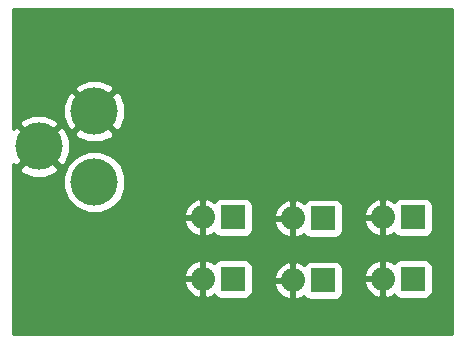
<source format=gbl>
G04 #@! TF.FileFunction,Copper,L2,Bot,Signal*
%FSLAX46Y46*%
G04 Gerber Fmt 4.6, Leading zero omitted, Abs format (unit mm)*
G04 Created by KiCad (PCBNEW 4.0.1-3.201512221402+6198~38~ubuntu14.04.1-stable) date Sat 30 Jul 2016 07:40:51 PM PDT*
%MOMM*%
G01*
G04 APERTURE LIST*
%ADD10C,0.100000*%
%ADD11C,4.000000*%
%ADD12R,2.032000X2.032000*%
%ADD13O,2.032000X2.032000*%
%ADD14C,0.254000*%
G04 APERTURE END LIST*
D10*
D11*
X115316000Y-98656140D03*
X115316000Y-92656660D03*
X110617000Y-95656400D03*
D12*
X134683500Y-101727000D03*
D13*
X132143500Y-101727000D03*
D12*
X134683500Y-106997500D03*
D13*
X132143500Y-106997500D03*
D12*
X142303500Y-101663500D03*
D13*
X139763500Y-101663500D03*
D12*
X127063500Y-101663500D03*
D13*
X124523500Y-101663500D03*
D12*
X142303500Y-106870500D03*
D13*
X139763500Y-106870500D03*
D12*
X127063500Y-106870500D03*
D13*
X124523500Y-106870500D03*
D14*
G36*
X145594000Y-111558000D02*
X108406000Y-111558000D01*
X108406000Y-107253446D01*
X122917517Y-107253446D01*
X123186312Y-107838879D01*
X123658682Y-108276885D01*
X124140556Y-108476475D01*
X124396500Y-108357336D01*
X124396500Y-106997500D01*
X123036133Y-106997500D01*
X122917517Y-107253446D01*
X108406000Y-107253446D01*
X108406000Y-106487554D01*
X122917517Y-106487554D01*
X123036133Y-106743500D01*
X124396500Y-106743500D01*
X124396500Y-105383664D01*
X124650500Y-105383664D01*
X124650500Y-106743500D01*
X124670500Y-106743500D01*
X124670500Y-106997500D01*
X124650500Y-106997500D01*
X124650500Y-108357336D01*
X124906444Y-108476475D01*
X125388318Y-108276885D01*
X125485898Y-108186403D01*
X125583410Y-108337941D01*
X125795610Y-108482931D01*
X126047500Y-108533940D01*
X128079500Y-108533940D01*
X128314817Y-108489662D01*
X128530941Y-108350590D01*
X128675931Y-108138390D01*
X128726940Y-107886500D01*
X128726940Y-107380446D01*
X130537517Y-107380446D01*
X130806312Y-107965879D01*
X131278682Y-108403885D01*
X131760556Y-108603475D01*
X132016500Y-108484336D01*
X132016500Y-107124500D01*
X130656133Y-107124500D01*
X130537517Y-107380446D01*
X128726940Y-107380446D01*
X128726940Y-106614554D01*
X130537517Y-106614554D01*
X130656133Y-106870500D01*
X132016500Y-106870500D01*
X132016500Y-105510664D01*
X132270500Y-105510664D01*
X132270500Y-106870500D01*
X132290500Y-106870500D01*
X132290500Y-107124500D01*
X132270500Y-107124500D01*
X132270500Y-108484336D01*
X132526444Y-108603475D01*
X133008318Y-108403885D01*
X133105898Y-108313403D01*
X133203410Y-108464941D01*
X133415610Y-108609931D01*
X133667500Y-108660940D01*
X135699500Y-108660940D01*
X135934817Y-108616662D01*
X136150941Y-108477590D01*
X136295931Y-108265390D01*
X136346940Y-108013500D01*
X136346940Y-107253446D01*
X138157517Y-107253446D01*
X138426312Y-107838879D01*
X138898682Y-108276885D01*
X139380556Y-108476475D01*
X139636500Y-108357336D01*
X139636500Y-106997500D01*
X138276133Y-106997500D01*
X138157517Y-107253446D01*
X136346940Y-107253446D01*
X136346940Y-106487554D01*
X138157517Y-106487554D01*
X138276133Y-106743500D01*
X139636500Y-106743500D01*
X139636500Y-105383664D01*
X139890500Y-105383664D01*
X139890500Y-106743500D01*
X139910500Y-106743500D01*
X139910500Y-106997500D01*
X139890500Y-106997500D01*
X139890500Y-108357336D01*
X140146444Y-108476475D01*
X140628318Y-108276885D01*
X140725898Y-108186403D01*
X140823410Y-108337941D01*
X141035610Y-108482931D01*
X141287500Y-108533940D01*
X143319500Y-108533940D01*
X143554817Y-108489662D01*
X143770941Y-108350590D01*
X143915931Y-108138390D01*
X143966940Y-107886500D01*
X143966940Y-105854500D01*
X143922662Y-105619183D01*
X143783590Y-105403059D01*
X143571390Y-105258069D01*
X143319500Y-105207060D01*
X141287500Y-105207060D01*
X141052183Y-105251338D01*
X140836059Y-105390410D01*
X140724660Y-105553448D01*
X140628318Y-105464115D01*
X140146444Y-105264525D01*
X139890500Y-105383664D01*
X139636500Y-105383664D01*
X139380556Y-105264525D01*
X138898682Y-105464115D01*
X138426312Y-105902121D01*
X138157517Y-106487554D01*
X136346940Y-106487554D01*
X136346940Y-105981500D01*
X136302662Y-105746183D01*
X136163590Y-105530059D01*
X135951390Y-105385069D01*
X135699500Y-105334060D01*
X133667500Y-105334060D01*
X133432183Y-105378338D01*
X133216059Y-105517410D01*
X133104660Y-105680448D01*
X133008318Y-105591115D01*
X132526444Y-105391525D01*
X132270500Y-105510664D01*
X132016500Y-105510664D01*
X131760556Y-105391525D01*
X131278682Y-105591115D01*
X130806312Y-106029121D01*
X130537517Y-106614554D01*
X128726940Y-106614554D01*
X128726940Y-105854500D01*
X128682662Y-105619183D01*
X128543590Y-105403059D01*
X128331390Y-105258069D01*
X128079500Y-105207060D01*
X126047500Y-105207060D01*
X125812183Y-105251338D01*
X125596059Y-105390410D01*
X125484660Y-105553448D01*
X125388318Y-105464115D01*
X124906444Y-105264525D01*
X124650500Y-105383664D01*
X124396500Y-105383664D01*
X124140556Y-105264525D01*
X123658682Y-105464115D01*
X123186312Y-105902121D01*
X122917517Y-106487554D01*
X108406000Y-106487554D01*
X108406000Y-102046446D01*
X122917517Y-102046446D01*
X123186312Y-102631879D01*
X123658682Y-103069885D01*
X124140556Y-103269475D01*
X124396500Y-103150336D01*
X124396500Y-101790500D01*
X123036133Y-101790500D01*
X122917517Y-102046446D01*
X108406000Y-102046446D01*
X108406000Y-99177974D01*
X112680543Y-99177974D01*
X113080853Y-100146798D01*
X113821443Y-100888682D01*
X114789567Y-101290682D01*
X115837834Y-101291597D01*
X115864560Y-101280554D01*
X122917517Y-101280554D01*
X123036133Y-101536500D01*
X124396500Y-101536500D01*
X124396500Y-100176664D01*
X124650500Y-100176664D01*
X124650500Y-101536500D01*
X124670500Y-101536500D01*
X124670500Y-101790500D01*
X124650500Y-101790500D01*
X124650500Y-103150336D01*
X124906444Y-103269475D01*
X125388318Y-103069885D01*
X125485898Y-102979403D01*
X125583410Y-103130941D01*
X125795610Y-103275931D01*
X126047500Y-103326940D01*
X128079500Y-103326940D01*
X128314817Y-103282662D01*
X128530941Y-103143590D01*
X128675931Y-102931390D01*
X128726940Y-102679500D01*
X128726940Y-102109946D01*
X130537517Y-102109946D01*
X130806312Y-102695379D01*
X131278682Y-103133385D01*
X131760556Y-103332975D01*
X132016500Y-103213836D01*
X132016500Y-101854000D01*
X130656133Y-101854000D01*
X130537517Y-102109946D01*
X128726940Y-102109946D01*
X128726940Y-101344054D01*
X130537517Y-101344054D01*
X130656133Y-101600000D01*
X132016500Y-101600000D01*
X132016500Y-100240164D01*
X132270500Y-100240164D01*
X132270500Y-101600000D01*
X132290500Y-101600000D01*
X132290500Y-101854000D01*
X132270500Y-101854000D01*
X132270500Y-103213836D01*
X132526444Y-103332975D01*
X133008318Y-103133385D01*
X133105898Y-103042903D01*
X133203410Y-103194441D01*
X133415610Y-103339431D01*
X133667500Y-103390440D01*
X135699500Y-103390440D01*
X135934817Y-103346162D01*
X136150941Y-103207090D01*
X136295931Y-102994890D01*
X136346940Y-102743000D01*
X136346940Y-102046446D01*
X138157517Y-102046446D01*
X138426312Y-102631879D01*
X138898682Y-103069885D01*
X139380556Y-103269475D01*
X139636500Y-103150336D01*
X139636500Y-101790500D01*
X138276133Y-101790500D01*
X138157517Y-102046446D01*
X136346940Y-102046446D01*
X136346940Y-101280554D01*
X138157517Y-101280554D01*
X138276133Y-101536500D01*
X139636500Y-101536500D01*
X139636500Y-100176664D01*
X139890500Y-100176664D01*
X139890500Y-101536500D01*
X139910500Y-101536500D01*
X139910500Y-101790500D01*
X139890500Y-101790500D01*
X139890500Y-103150336D01*
X140146444Y-103269475D01*
X140628318Y-103069885D01*
X140725898Y-102979403D01*
X140823410Y-103130941D01*
X141035610Y-103275931D01*
X141287500Y-103326940D01*
X143319500Y-103326940D01*
X143554817Y-103282662D01*
X143770941Y-103143590D01*
X143915931Y-102931390D01*
X143966940Y-102679500D01*
X143966940Y-100647500D01*
X143922662Y-100412183D01*
X143783590Y-100196059D01*
X143571390Y-100051069D01*
X143319500Y-100000060D01*
X141287500Y-100000060D01*
X141052183Y-100044338D01*
X140836059Y-100183410D01*
X140724660Y-100346448D01*
X140628318Y-100257115D01*
X140146444Y-100057525D01*
X139890500Y-100176664D01*
X139636500Y-100176664D01*
X139380556Y-100057525D01*
X138898682Y-100257115D01*
X138426312Y-100695121D01*
X138157517Y-101280554D01*
X136346940Y-101280554D01*
X136346940Y-100711000D01*
X136302662Y-100475683D01*
X136163590Y-100259559D01*
X135951390Y-100114569D01*
X135699500Y-100063560D01*
X133667500Y-100063560D01*
X133432183Y-100107838D01*
X133216059Y-100246910D01*
X133104660Y-100409948D01*
X133008318Y-100320615D01*
X132526444Y-100121025D01*
X132270500Y-100240164D01*
X132016500Y-100240164D01*
X131760556Y-100121025D01*
X131278682Y-100320615D01*
X130806312Y-100758621D01*
X130537517Y-101344054D01*
X128726940Y-101344054D01*
X128726940Y-100647500D01*
X128682662Y-100412183D01*
X128543590Y-100196059D01*
X128331390Y-100051069D01*
X128079500Y-100000060D01*
X126047500Y-100000060D01*
X125812183Y-100044338D01*
X125596059Y-100183410D01*
X125484660Y-100346448D01*
X125388318Y-100257115D01*
X124906444Y-100057525D01*
X124650500Y-100176664D01*
X124396500Y-100176664D01*
X124140556Y-100057525D01*
X123658682Y-100257115D01*
X123186312Y-100695121D01*
X122917517Y-101280554D01*
X115864560Y-101280554D01*
X116806658Y-100891287D01*
X117548542Y-100150697D01*
X117950542Y-99182573D01*
X117951457Y-98134306D01*
X117551147Y-97165482D01*
X116810557Y-96423598D01*
X115842433Y-96021598D01*
X114794166Y-96020683D01*
X113825342Y-96420993D01*
X113083458Y-97161583D01*
X112681458Y-98129707D01*
X112680543Y-99177974D01*
X108406000Y-99177974D01*
X108406000Y-97531422D01*
X108921584Y-97531422D01*
X109142353Y-97902143D01*
X110114012Y-98295519D01*
X111162247Y-98287113D01*
X112091647Y-97902143D01*
X112312416Y-97531422D01*
X110617000Y-95836005D01*
X108921584Y-97531422D01*
X108406000Y-97531422D01*
X108406000Y-97151737D01*
X108741978Y-97351816D01*
X110437395Y-95656400D01*
X110796605Y-95656400D01*
X112492022Y-97351816D01*
X112862743Y-97131047D01*
X113256119Y-96159388D01*
X113247713Y-95111153D01*
X113007689Y-94531682D01*
X113620584Y-94531682D01*
X113841353Y-94902403D01*
X114813012Y-95295779D01*
X115861247Y-95287373D01*
X116790647Y-94902403D01*
X117011416Y-94531682D01*
X115316000Y-92836265D01*
X113620584Y-94531682D01*
X113007689Y-94531682D01*
X112862743Y-94181753D01*
X112492022Y-93960984D01*
X110796605Y-95656400D01*
X110437395Y-95656400D01*
X108741978Y-93960984D01*
X108406000Y-94161063D01*
X108406000Y-93781378D01*
X108921584Y-93781378D01*
X110617000Y-95476795D01*
X112312416Y-93781378D01*
X112091647Y-93410657D01*
X111119988Y-93017281D01*
X110071753Y-93025687D01*
X109142353Y-93410657D01*
X108921584Y-93781378D01*
X108406000Y-93781378D01*
X108406000Y-92153672D01*
X112676881Y-92153672D01*
X112685287Y-93201907D01*
X113070257Y-94131307D01*
X113440978Y-94352076D01*
X115136395Y-92656660D01*
X115495605Y-92656660D01*
X117191022Y-94352076D01*
X117561743Y-94131307D01*
X117955119Y-93159648D01*
X117946713Y-92111413D01*
X117561743Y-91182013D01*
X117191022Y-90961244D01*
X115495605Y-92656660D01*
X115136395Y-92656660D01*
X113440978Y-90961244D01*
X113070257Y-91182013D01*
X112676881Y-92153672D01*
X108406000Y-92153672D01*
X108406000Y-90781638D01*
X113620584Y-90781638D01*
X115316000Y-92477055D01*
X117011416Y-90781638D01*
X116790647Y-90410917D01*
X115818988Y-90017541D01*
X114770753Y-90025947D01*
X113841353Y-90410917D01*
X113620584Y-90781638D01*
X108406000Y-90781638D01*
X108406000Y-84022000D01*
X145594000Y-84022000D01*
X145594000Y-111558000D01*
X145594000Y-111558000D01*
G37*
X145594000Y-111558000D02*
X108406000Y-111558000D01*
X108406000Y-107253446D01*
X122917517Y-107253446D01*
X123186312Y-107838879D01*
X123658682Y-108276885D01*
X124140556Y-108476475D01*
X124396500Y-108357336D01*
X124396500Y-106997500D01*
X123036133Y-106997500D01*
X122917517Y-107253446D01*
X108406000Y-107253446D01*
X108406000Y-106487554D01*
X122917517Y-106487554D01*
X123036133Y-106743500D01*
X124396500Y-106743500D01*
X124396500Y-105383664D01*
X124650500Y-105383664D01*
X124650500Y-106743500D01*
X124670500Y-106743500D01*
X124670500Y-106997500D01*
X124650500Y-106997500D01*
X124650500Y-108357336D01*
X124906444Y-108476475D01*
X125388318Y-108276885D01*
X125485898Y-108186403D01*
X125583410Y-108337941D01*
X125795610Y-108482931D01*
X126047500Y-108533940D01*
X128079500Y-108533940D01*
X128314817Y-108489662D01*
X128530941Y-108350590D01*
X128675931Y-108138390D01*
X128726940Y-107886500D01*
X128726940Y-107380446D01*
X130537517Y-107380446D01*
X130806312Y-107965879D01*
X131278682Y-108403885D01*
X131760556Y-108603475D01*
X132016500Y-108484336D01*
X132016500Y-107124500D01*
X130656133Y-107124500D01*
X130537517Y-107380446D01*
X128726940Y-107380446D01*
X128726940Y-106614554D01*
X130537517Y-106614554D01*
X130656133Y-106870500D01*
X132016500Y-106870500D01*
X132016500Y-105510664D01*
X132270500Y-105510664D01*
X132270500Y-106870500D01*
X132290500Y-106870500D01*
X132290500Y-107124500D01*
X132270500Y-107124500D01*
X132270500Y-108484336D01*
X132526444Y-108603475D01*
X133008318Y-108403885D01*
X133105898Y-108313403D01*
X133203410Y-108464941D01*
X133415610Y-108609931D01*
X133667500Y-108660940D01*
X135699500Y-108660940D01*
X135934817Y-108616662D01*
X136150941Y-108477590D01*
X136295931Y-108265390D01*
X136346940Y-108013500D01*
X136346940Y-107253446D01*
X138157517Y-107253446D01*
X138426312Y-107838879D01*
X138898682Y-108276885D01*
X139380556Y-108476475D01*
X139636500Y-108357336D01*
X139636500Y-106997500D01*
X138276133Y-106997500D01*
X138157517Y-107253446D01*
X136346940Y-107253446D01*
X136346940Y-106487554D01*
X138157517Y-106487554D01*
X138276133Y-106743500D01*
X139636500Y-106743500D01*
X139636500Y-105383664D01*
X139890500Y-105383664D01*
X139890500Y-106743500D01*
X139910500Y-106743500D01*
X139910500Y-106997500D01*
X139890500Y-106997500D01*
X139890500Y-108357336D01*
X140146444Y-108476475D01*
X140628318Y-108276885D01*
X140725898Y-108186403D01*
X140823410Y-108337941D01*
X141035610Y-108482931D01*
X141287500Y-108533940D01*
X143319500Y-108533940D01*
X143554817Y-108489662D01*
X143770941Y-108350590D01*
X143915931Y-108138390D01*
X143966940Y-107886500D01*
X143966940Y-105854500D01*
X143922662Y-105619183D01*
X143783590Y-105403059D01*
X143571390Y-105258069D01*
X143319500Y-105207060D01*
X141287500Y-105207060D01*
X141052183Y-105251338D01*
X140836059Y-105390410D01*
X140724660Y-105553448D01*
X140628318Y-105464115D01*
X140146444Y-105264525D01*
X139890500Y-105383664D01*
X139636500Y-105383664D01*
X139380556Y-105264525D01*
X138898682Y-105464115D01*
X138426312Y-105902121D01*
X138157517Y-106487554D01*
X136346940Y-106487554D01*
X136346940Y-105981500D01*
X136302662Y-105746183D01*
X136163590Y-105530059D01*
X135951390Y-105385069D01*
X135699500Y-105334060D01*
X133667500Y-105334060D01*
X133432183Y-105378338D01*
X133216059Y-105517410D01*
X133104660Y-105680448D01*
X133008318Y-105591115D01*
X132526444Y-105391525D01*
X132270500Y-105510664D01*
X132016500Y-105510664D01*
X131760556Y-105391525D01*
X131278682Y-105591115D01*
X130806312Y-106029121D01*
X130537517Y-106614554D01*
X128726940Y-106614554D01*
X128726940Y-105854500D01*
X128682662Y-105619183D01*
X128543590Y-105403059D01*
X128331390Y-105258069D01*
X128079500Y-105207060D01*
X126047500Y-105207060D01*
X125812183Y-105251338D01*
X125596059Y-105390410D01*
X125484660Y-105553448D01*
X125388318Y-105464115D01*
X124906444Y-105264525D01*
X124650500Y-105383664D01*
X124396500Y-105383664D01*
X124140556Y-105264525D01*
X123658682Y-105464115D01*
X123186312Y-105902121D01*
X122917517Y-106487554D01*
X108406000Y-106487554D01*
X108406000Y-102046446D01*
X122917517Y-102046446D01*
X123186312Y-102631879D01*
X123658682Y-103069885D01*
X124140556Y-103269475D01*
X124396500Y-103150336D01*
X124396500Y-101790500D01*
X123036133Y-101790500D01*
X122917517Y-102046446D01*
X108406000Y-102046446D01*
X108406000Y-99177974D01*
X112680543Y-99177974D01*
X113080853Y-100146798D01*
X113821443Y-100888682D01*
X114789567Y-101290682D01*
X115837834Y-101291597D01*
X115864560Y-101280554D01*
X122917517Y-101280554D01*
X123036133Y-101536500D01*
X124396500Y-101536500D01*
X124396500Y-100176664D01*
X124650500Y-100176664D01*
X124650500Y-101536500D01*
X124670500Y-101536500D01*
X124670500Y-101790500D01*
X124650500Y-101790500D01*
X124650500Y-103150336D01*
X124906444Y-103269475D01*
X125388318Y-103069885D01*
X125485898Y-102979403D01*
X125583410Y-103130941D01*
X125795610Y-103275931D01*
X126047500Y-103326940D01*
X128079500Y-103326940D01*
X128314817Y-103282662D01*
X128530941Y-103143590D01*
X128675931Y-102931390D01*
X128726940Y-102679500D01*
X128726940Y-102109946D01*
X130537517Y-102109946D01*
X130806312Y-102695379D01*
X131278682Y-103133385D01*
X131760556Y-103332975D01*
X132016500Y-103213836D01*
X132016500Y-101854000D01*
X130656133Y-101854000D01*
X130537517Y-102109946D01*
X128726940Y-102109946D01*
X128726940Y-101344054D01*
X130537517Y-101344054D01*
X130656133Y-101600000D01*
X132016500Y-101600000D01*
X132016500Y-100240164D01*
X132270500Y-100240164D01*
X132270500Y-101600000D01*
X132290500Y-101600000D01*
X132290500Y-101854000D01*
X132270500Y-101854000D01*
X132270500Y-103213836D01*
X132526444Y-103332975D01*
X133008318Y-103133385D01*
X133105898Y-103042903D01*
X133203410Y-103194441D01*
X133415610Y-103339431D01*
X133667500Y-103390440D01*
X135699500Y-103390440D01*
X135934817Y-103346162D01*
X136150941Y-103207090D01*
X136295931Y-102994890D01*
X136346940Y-102743000D01*
X136346940Y-102046446D01*
X138157517Y-102046446D01*
X138426312Y-102631879D01*
X138898682Y-103069885D01*
X139380556Y-103269475D01*
X139636500Y-103150336D01*
X139636500Y-101790500D01*
X138276133Y-101790500D01*
X138157517Y-102046446D01*
X136346940Y-102046446D01*
X136346940Y-101280554D01*
X138157517Y-101280554D01*
X138276133Y-101536500D01*
X139636500Y-101536500D01*
X139636500Y-100176664D01*
X139890500Y-100176664D01*
X139890500Y-101536500D01*
X139910500Y-101536500D01*
X139910500Y-101790500D01*
X139890500Y-101790500D01*
X139890500Y-103150336D01*
X140146444Y-103269475D01*
X140628318Y-103069885D01*
X140725898Y-102979403D01*
X140823410Y-103130941D01*
X141035610Y-103275931D01*
X141287500Y-103326940D01*
X143319500Y-103326940D01*
X143554817Y-103282662D01*
X143770941Y-103143590D01*
X143915931Y-102931390D01*
X143966940Y-102679500D01*
X143966940Y-100647500D01*
X143922662Y-100412183D01*
X143783590Y-100196059D01*
X143571390Y-100051069D01*
X143319500Y-100000060D01*
X141287500Y-100000060D01*
X141052183Y-100044338D01*
X140836059Y-100183410D01*
X140724660Y-100346448D01*
X140628318Y-100257115D01*
X140146444Y-100057525D01*
X139890500Y-100176664D01*
X139636500Y-100176664D01*
X139380556Y-100057525D01*
X138898682Y-100257115D01*
X138426312Y-100695121D01*
X138157517Y-101280554D01*
X136346940Y-101280554D01*
X136346940Y-100711000D01*
X136302662Y-100475683D01*
X136163590Y-100259559D01*
X135951390Y-100114569D01*
X135699500Y-100063560D01*
X133667500Y-100063560D01*
X133432183Y-100107838D01*
X133216059Y-100246910D01*
X133104660Y-100409948D01*
X133008318Y-100320615D01*
X132526444Y-100121025D01*
X132270500Y-100240164D01*
X132016500Y-100240164D01*
X131760556Y-100121025D01*
X131278682Y-100320615D01*
X130806312Y-100758621D01*
X130537517Y-101344054D01*
X128726940Y-101344054D01*
X128726940Y-100647500D01*
X128682662Y-100412183D01*
X128543590Y-100196059D01*
X128331390Y-100051069D01*
X128079500Y-100000060D01*
X126047500Y-100000060D01*
X125812183Y-100044338D01*
X125596059Y-100183410D01*
X125484660Y-100346448D01*
X125388318Y-100257115D01*
X124906444Y-100057525D01*
X124650500Y-100176664D01*
X124396500Y-100176664D01*
X124140556Y-100057525D01*
X123658682Y-100257115D01*
X123186312Y-100695121D01*
X122917517Y-101280554D01*
X115864560Y-101280554D01*
X116806658Y-100891287D01*
X117548542Y-100150697D01*
X117950542Y-99182573D01*
X117951457Y-98134306D01*
X117551147Y-97165482D01*
X116810557Y-96423598D01*
X115842433Y-96021598D01*
X114794166Y-96020683D01*
X113825342Y-96420993D01*
X113083458Y-97161583D01*
X112681458Y-98129707D01*
X112680543Y-99177974D01*
X108406000Y-99177974D01*
X108406000Y-97531422D01*
X108921584Y-97531422D01*
X109142353Y-97902143D01*
X110114012Y-98295519D01*
X111162247Y-98287113D01*
X112091647Y-97902143D01*
X112312416Y-97531422D01*
X110617000Y-95836005D01*
X108921584Y-97531422D01*
X108406000Y-97531422D01*
X108406000Y-97151737D01*
X108741978Y-97351816D01*
X110437395Y-95656400D01*
X110796605Y-95656400D01*
X112492022Y-97351816D01*
X112862743Y-97131047D01*
X113256119Y-96159388D01*
X113247713Y-95111153D01*
X113007689Y-94531682D01*
X113620584Y-94531682D01*
X113841353Y-94902403D01*
X114813012Y-95295779D01*
X115861247Y-95287373D01*
X116790647Y-94902403D01*
X117011416Y-94531682D01*
X115316000Y-92836265D01*
X113620584Y-94531682D01*
X113007689Y-94531682D01*
X112862743Y-94181753D01*
X112492022Y-93960984D01*
X110796605Y-95656400D01*
X110437395Y-95656400D01*
X108741978Y-93960984D01*
X108406000Y-94161063D01*
X108406000Y-93781378D01*
X108921584Y-93781378D01*
X110617000Y-95476795D01*
X112312416Y-93781378D01*
X112091647Y-93410657D01*
X111119988Y-93017281D01*
X110071753Y-93025687D01*
X109142353Y-93410657D01*
X108921584Y-93781378D01*
X108406000Y-93781378D01*
X108406000Y-92153672D01*
X112676881Y-92153672D01*
X112685287Y-93201907D01*
X113070257Y-94131307D01*
X113440978Y-94352076D01*
X115136395Y-92656660D01*
X115495605Y-92656660D01*
X117191022Y-94352076D01*
X117561743Y-94131307D01*
X117955119Y-93159648D01*
X117946713Y-92111413D01*
X117561743Y-91182013D01*
X117191022Y-90961244D01*
X115495605Y-92656660D01*
X115136395Y-92656660D01*
X113440978Y-90961244D01*
X113070257Y-91182013D01*
X112676881Y-92153672D01*
X108406000Y-92153672D01*
X108406000Y-90781638D01*
X113620584Y-90781638D01*
X115316000Y-92477055D01*
X117011416Y-90781638D01*
X116790647Y-90410917D01*
X115818988Y-90017541D01*
X114770753Y-90025947D01*
X113841353Y-90410917D01*
X113620584Y-90781638D01*
X108406000Y-90781638D01*
X108406000Y-84022000D01*
X145594000Y-84022000D01*
X145594000Y-111558000D01*
M02*

</source>
